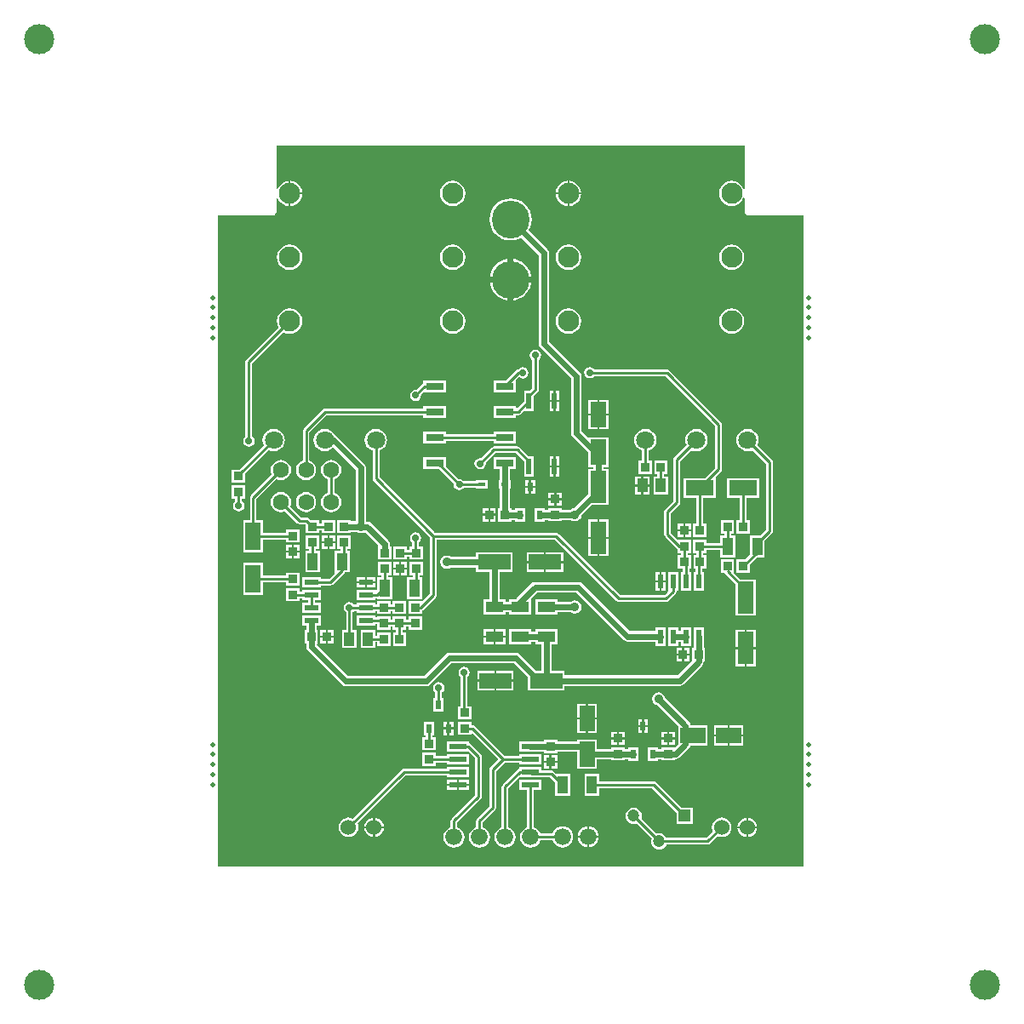
<source format=gtl>
G04*
G04 #@! TF.GenerationSoftware,Altium Limited,Altium Designer,19.1.5 (86)*
G04*
G04 Layer_Physical_Order=1*
G04 Layer_Color=255*
%FSLAX25Y25*%
%MOIN*%
G70*
G01*
G75*
%ADD10C,0.11811*%
%ADD11R,0.06299X0.09843*%
%ADD12R,0.09843X0.06299*%
%ADD13R,0.06299X0.12598*%
%ADD14R,0.02362X0.03740*%
%ADD15R,0.07087X0.02362*%
%ADD16R,0.03740X0.03543*%
%ADD17R,0.04331X0.06890*%
%ADD18R,0.02362X0.06299*%
%ADD19R,0.07087X0.03150*%
%ADD20R,0.06299X0.11024*%
%ADD21R,0.05709X0.02362*%
%ADD22R,0.03543X0.03740*%
%ADD23R,0.12598X0.06299*%
%ADD24R,0.06890X0.04331*%
%ADD25R,0.03150X0.01575*%
%ADD26R,0.06496X0.09843*%
%ADD27R,0.11024X0.06299*%
%ADD28R,0.03937X0.05512*%
%ADD29R,0.02362X0.05709*%
%ADD30C,0.02400*%
%ADD31C,0.01000*%
%ADD32C,0.01968*%
%ADD33C,0.06000*%
%ADD34C,0.06600*%
%ADD35R,0.04724X0.04724*%
%ADD36C,0.04724*%
%ADD37C,0.07087*%
%ADD38C,0.14765*%
%ADD39C,0.06299*%
%ADD40C,0.08268*%
%ADD41C,0.02756*%
%ADD42C,0.03500*%
G36*
X288004Y323439D02*
X287504Y323339D01*
X287187Y324104D01*
X286397Y325135D01*
X285366Y325925D01*
X284166Y326423D01*
X282877Y326592D01*
X281590Y326423D01*
X280389Y325925D01*
X279359Y325135D01*
X278568Y324104D01*
X278070Y322904D01*
X277901Y321616D01*
X278070Y320328D01*
X278568Y319127D01*
X279359Y318097D01*
X280389Y317306D01*
X281590Y316809D01*
X282877Y316639D01*
X284166Y316809D01*
X285366Y317306D01*
X286397Y318097D01*
X287187Y319127D01*
X287504Y319892D01*
X288004Y319793D01*
Y314516D01*
X288121Y313931D01*
X288452Y313434D01*
X288948Y313103D01*
X289534Y312986D01*
X311039D01*
X311039Y58061D01*
X81598D01*
X81598Y312986D01*
X103098D01*
X103684Y313103D01*
X104180Y313434D01*
X104511Y313931D01*
X104628Y314516D01*
Y319807D01*
X105128Y319907D01*
X105451Y319127D01*
X106242Y318097D01*
X107272Y317306D01*
X108473Y316809D01*
X109361Y316692D01*
Y321616D01*
Y326540D01*
X108473Y326423D01*
X107272Y325925D01*
X106242Y325135D01*
X105451Y324104D01*
X105128Y323325D01*
X104628Y323424D01*
Y340486D01*
X288004D01*
Y323439D01*
D02*
G37*
%LPC*%
G36*
X219379Y326540D02*
Y322016D01*
X223903D01*
X223786Y322904D01*
X223289Y324104D01*
X222498Y325135D01*
X221468Y325925D01*
X220268Y326423D01*
X219379Y326540D01*
D02*
G37*
G36*
X110161D02*
Y322016D01*
X114684D01*
X114567Y322904D01*
X114070Y324104D01*
X113279Y325135D01*
X112249Y325925D01*
X111048Y326423D01*
X110161Y326540D01*
D02*
G37*
G36*
X218580D02*
X217691Y326423D01*
X216491Y325925D01*
X215460Y325135D01*
X214670Y324104D01*
X214173Y322904D01*
X214056Y322016D01*
X218580D01*
Y326540D01*
D02*
G37*
G36*
X223903Y321216D02*
X219379D01*
Y316692D01*
X220268Y316809D01*
X221468Y317306D01*
X222498Y318097D01*
X223289Y319127D01*
X223786Y320328D01*
X223903Y321216D01*
D02*
G37*
G36*
X114684D02*
X110161D01*
Y316692D01*
X111048Y316809D01*
X112249Y317306D01*
X113279Y318097D01*
X114070Y319127D01*
X114567Y320328D01*
X114684Y321216D01*
D02*
G37*
G36*
X218580D02*
X214056D01*
X214173Y320328D01*
X214670Y319127D01*
X215460Y318097D01*
X216491Y317306D01*
X217691Y316809D01*
X218580Y316692D01*
Y321216D01*
D02*
G37*
G36*
X173659Y326592D02*
X172371Y326423D01*
X171170Y325925D01*
X170140Y325135D01*
X169349Y324104D01*
X168851Y322904D01*
X168682Y321616D01*
X168851Y320328D01*
X169349Y319127D01*
X170140Y318097D01*
X171170Y317306D01*
X172371Y316809D01*
X173659Y316639D01*
X174946Y316809D01*
X176147Y317306D01*
X177178Y318097D01*
X177968Y319127D01*
X178465Y320328D01*
X178635Y321616D01*
X178465Y322904D01*
X177968Y324104D01*
X177178Y325135D01*
X176147Y325925D01*
X174946Y326423D01*
X173659Y326592D01*
D02*
G37*
G36*
X282877Y301592D02*
X281590Y301423D01*
X280389Y300925D01*
X279359Y300135D01*
X278568Y299104D01*
X278070Y297904D01*
X277901Y296616D01*
X278070Y295328D01*
X278568Y294127D01*
X279359Y293097D01*
X280389Y292306D01*
X281590Y291809D01*
X282877Y291639D01*
X284166Y291809D01*
X285366Y292306D01*
X286397Y293097D01*
X287187Y294127D01*
X287684Y295328D01*
X287854Y296616D01*
X287684Y297904D01*
X287187Y299104D01*
X286397Y300135D01*
X285366Y300925D01*
X284166Y301423D01*
X282877Y301592D01*
D02*
G37*
G36*
X218980D02*
X217691Y301423D01*
X216491Y300925D01*
X215460Y300135D01*
X214670Y299104D01*
X214173Y297904D01*
X214003Y296616D01*
X214173Y295328D01*
X214670Y294127D01*
X215460Y293097D01*
X216491Y292306D01*
X217691Y291809D01*
X218980Y291639D01*
X220268Y291809D01*
X221468Y292306D01*
X222498Y293097D01*
X223289Y294127D01*
X223786Y295328D01*
X223956Y296616D01*
X223786Y297904D01*
X223289Y299104D01*
X222498Y300135D01*
X221468Y300925D01*
X220268Y301423D01*
X218980Y301592D01*
D02*
G37*
G36*
X173659D02*
X172371Y301423D01*
X171170Y300925D01*
X170140Y300135D01*
X169349Y299104D01*
X168851Y297904D01*
X168682Y296616D01*
X168851Y295328D01*
X169349Y294127D01*
X170140Y293097D01*
X171170Y292306D01*
X172371Y291809D01*
X173659Y291639D01*
X174946Y291809D01*
X176147Y292306D01*
X177178Y293097D01*
X177968Y294127D01*
X178465Y295328D01*
X178635Y296616D01*
X178465Y297904D01*
X177968Y299104D01*
X177178Y300135D01*
X176147Y300925D01*
X174946Y301423D01*
X173659Y301592D01*
D02*
G37*
G36*
X109760D02*
X108473Y301423D01*
X107272Y300925D01*
X106242Y300135D01*
X105451Y299104D01*
X104954Y297904D01*
X104784Y296616D01*
X104954Y295328D01*
X105451Y294127D01*
X106242Y293097D01*
X107272Y292306D01*
X108473Y291809D01*
X109760Y291639D01*
X111048Y291809D01*
X112249Y292306D01*
X113279Y293097D01*
X114070Y294127D01*
X114567Y295328D01*
X114737Y296616D01*
X114567Y297904D01*
X114070Y299104D01*
X113279Y300135D01*
X112249Y300925D01*
X111048Y301423D01*
X109760Y301592D01*
D02*
G37*
G36*
X197519Y295897D02*
Y288994D01*
X204422D01*
X204382Y289398D01*
X203914Y290940D01*
X203155Y292361D01*
X202132Y293607D01*
X200886Y294630D01*
X199465Y295390D01*
X197923Y295858D01*
X197519Y295897D01*
D02*
G37*
G36*
X195118D02*
X194714Y295858D01*
X193172Y295390D01*
X191751Y294630D01*
X190505Y293607D01*
X189482Y292361D01*
X188723Y290940D01*
X188255Y289398D01*
X188215Y288994D01*
X195118D01*
Y295897D01*
D02*
G37*
G36*
X204422Y286594D02*
X197519D01*
Y279690D01*
X197923Y279730D01*
X199465Y280198D01*
X200886Y280958D01*
X202132Y281980D01*
X203155Y283226D01*
X203914Y284647D01*
X204382Y286190D01*
X204422Y286594D01*
D02*
G37*
G36*
X195118D02*
X188215D01*
X188255Y286190D01*
X188723Y284647D01*
X189482Y283226D01*
X190505Y281980D01*
X191751Y280958D01*
X193172Y280198D01*
X194714Y279730D01*
X195118Y279690D01*
Y286594D01*
D02*
G37*
G36*
X282877Y276592D02*
X281590Y276423D01*
X280389Y275925D01*
X279359Y275135D01*
X278568Y274104D01*
X278070Y272904D01*
X277901Y271616D01*
X278070Y270328D01*
X278568Y269127D01*
X279359Y268097D01*
X280389Y267306D01*
X281590Y266809D01*
X282877Y266639D01*
X284166Y266809D01*
X285366Y267306D01*
X286397Y268097D01*
X287187Y269127D01*
X287684Y270328D01*
X287854Y271616D01*
X287684Y272904D01*
X287187Y274104D01*
X286397Y275135D01*
X285366Y275925D01*
X284166Y276423D01*
X282877Y276592D01*
D02*
G37*
G36*
X218980D02*
X217691Y276423D01*
X216491Y275925D01*
X215460Y275135D01*
X214670Y274104D01*
X214173Y272904D01*
X214003Y271616D01*
X214173Y270328D01*
X214670Y269127D01*
X215460Y268097D01*
X216491Y267306D01*
X217691Y266809D01*
X218980Y266639D01*
X220268Y266809D01*
X221468Y267306D01*
X222498Y268097D01*
X223289Y269127D01*
X223786Y270328D01*
X223956Y271616D01*
X223786Y272904D01*
X223289Y274104D01*
X222498Y275135D01*
X221468Y275925D01*
X220268Y276423D01*
X218980Y276592D01*
D02*
G37*
G36*
X173659D02*
X172371Y276423D01*
X171170Y275925D01*
X170140Y275135D01*
X169349Y274104D01*
X168851Y272904D01*
X168682Y271616D01*
X168851Y270328D01*
X169349Y269127D01*
X170140Y268097D01*
X171170Y267306D01*
X172371Y266809D01*
X173659Y266639D01*
X174946Y266809D01*
X176147Y267306D01*
X177178Y268097D01*
X177968Y269127D01*
X178465Y270328D01*
X178635Y271616D01*
X178465Y272904D01*
X177968Y274104D01*
X177178Y275135D01*
X176147Y275925D01*
X174946Y276423D01*
X173659Y276592D01*
D02*
G37*
G36*
X109760D02*
X108473Y276423D01*
X107272Y275925D01*
X106242Y275135D01*
X105451Y274104D01*
X104954Y272904D01*
X104784Y271616D01*
X104954Y270328D01*
X105435Y269165D01*
X92911Y256640D01*
X92623Y256210D01*
X92522Y255703D01*
Y226376D01*
X92278Y226212D01*
X91796Y225491D01*
X91627Y224642D01*
X91796Y223792D01*
X92278Y223072D01*
X92998Y222590D01*
X93848Y222421D01*
X94698Y222590D01*
X95418Y223072D01*
X95899Y223792D01*
X96069Y224642D01*
X95899Y225491D01*
X95418Y226212D01*
X95173Y226376D01*
Y255154D01*
X107310Y267290D01*
X108473Y266809D01*
X109760Y266639D01*
X111048Y266809D01*
X112249Y267306D01*
X113279Y268097D01*
X114070Y269127D01*
X114567Y270328D01*
X114737Y271616D01*
X114567Y272904D01*
X114070Y274104D01*
X113279Y275135D01*
X112249Y275925D01*
X111048Y276423D01*
X109760Y276592D01*
D02*
G37*
G36*
X201132Y253536D02*
X200282Y253367D01*
X199561Y252885D01*
X199398Y252640D01*
X199265D01*
X198758Y252539D01*
X198328Y252252D01*
X194588Y248513D01*
X189745D01*
Y243763D01*
X198432D01*
Y248513D01*
X198432Y248513D01*
X198432D01*
X198709Y248884D01*
X199566Y249741D01*
X200282Y249263D01*
X201132Y249094D01*
X201981Y249263D01*
X202702Y249745D01*
X203183Y250465D01*
X203352Y251315D01*
X203183Y252165D01*
X202702Y252885D01*
X201981Y253367D01*
X201132Y253536D01*
D02*
G37*
G36*
X170872Y248513D02*
X162186D01*
Y247364D01*
X162179Y247362D01*
X161749Y247075D01*
X159392Y244718D01*
X159104Y244776D01*
X158254Y244607D01*
X157534Y244125D01*
X157052Y243405D01*
X156883Y242555D01*
X157052Y241705D01*
X157534Y240985D01*
X158254Y240504D01*
X159104Y240334D01*
X159954Y240504D01*
X160674Y240985D01*
X161155Y241705D01*
X161324Y242555D01*
X161267Y242844D01*
X162186Y243763D01*
X170872D01*
Y248513D01*
D02*
G37*
G36*
X215494Y244241D02*
X213913D01*
Y240691D01*
X215494D01*
Y244241D01*
D02*
G37*
G36*
X213113D02*
X211532D01*
Y240691D01*
X213113D01*
Y244241D01*
D02*
G37*
G36*
X206040Y260425D02*
X205190Y260256D01*
X204470Y259775D01*
X203989Y259054D01*
X203820Y258205D01*
X203989Y257355D01*
X204470Y256634D01*
X204715Y256471D01*
Y245336D01*
X203620Y244241D01*
X201532D01*
Y240185D01*
X198932Y237584D01*
X198432Y237755D01*
Y238513D01*
X189745D01*
Y233763D01*
X198432D01*
Y234812D01*
X199360D01*
X199867Y234913D01*
X200297Y235201D01*
X201162Y236065D01*
X201532Y236342D01*
Y236342D01*
X201532Y236342D01*
X205494D01*
Y242366D01*
X206978Y243849D01*
X207265Y244279D01*
X207366Y244787D01*
Y256471D01*
X207610Y256634D01*
X208092Y257355D01*
X208261Y258205D01*
X208092Y259054D01*
X207610Y259775D01*
X206890Y260256D01*
X206040Y260425D01*
D02*
G37*
G36*
X215494Y239891D02*
X213913D01*
Y236342D01*
X215494D01*
Y239891D01*
D02*
G37*
G36*
X213113D02*
X211532D01*
Y236342D01*
X213113D01*
Y239891D01*
D02*
G37*
G36*
X234806Y240698D02*
X231158D01*
Y235376D01*
X234806D01*
Y240698D01*
D02*
G37*
G36*
X230358D02*
X226710D01*
Y235376D01*
X230358D01*
Y240698D01*
D02*
G37*
G36*
X170872Y238513D02*
X162186D01*
Y237463D01*
X123762D01*
X123255Y237362D01*
X122825Y237075D01*
X115253Y229504D01*
X114966Y229074D01*
X114865Y228566D01*
Y217049D01*
X114199Y216773D01*
X113374Y216140D01*
X112741Y215315D01*
X112343Y214354D01*
X112207Y213323D01*
X112343Y212292D01*
X112741Y211331D01*
X113374Y210506D01*
X114199Y209873D01*
X115160Y209475D01*
X116191Y209339D01*
X117222Y209475D01*
X118182Y209873D01*
X119007Y210506D01*
X119641Y211331D01*
X120038Y212292D01*
X120174Y213323D01*
X120038Y214354D01*
X119641Y215315D01*
X119007Y216140D01*
X118182Y216773D01*
X117516Y217049D01*
Y228017D01*
X124311Y234812D01*
X162186D01*
Y233763D01*
X170872D01*
Y238513D01*
D02*
G37*
G36*
X234806Y234576D02*
X231158D01*
Y229255D01*
X234806D01*
Y234576D01*
D02*
G37*
G36*
X230358D02*
X226710D01*
Y229255D01*
X230358D01*
Y234576D01*
D02*
G37*
G36*
X198432Y228513D02*
X189745D01*
Y227463D01*
X170872D01*
Y228513D01*
X162186D01*
Y223763D01*
X170872D01*
Y224812D01*
X189745D01*
Y223763D01*
X198432D01*
Y228513D01*
D02*
G37*
G36*
X269069Y229397D02*
X267935Y229247D01*
X266878Y228810D01*
X265971Y228114D01*
X265275Y227206D01*
X264837Y226150D01*
X264687Y225016D01*
X264837Y223882D01*
X265195Y223017D01*
X260369Y218191D01*
X260082Y217761D01*
X259981Y217253D01*
Y201084D01*
X256887Y197990D01*
X256600Y197560D01*
X256499Y197053D01*
Y188083D01*
X256600Y187576D01*
X256887Y187146D01*
X261540Y182493D01*
X261749Y182353D01*
Y180741D01*
X263008D01*
Y179880D01*
X261761D01*
Y174540D01*
X263625D01*
Y173276D01*
X262969D01*
Y165968D01*
X266932D01*
Y173276D01*
X266276D01*
Y174540D01*
X266905D01*
Y179880D01*
X265658D01*
Y180741D01*
X266892D01*
Y186081D01*
X261749D01*
X261749Y186081D01*
Y186081D01*
X261395Y186387D01*
X259150Y188632D01*
Y196504D01*
X262244Y199598D01*
X262531Y200028D01*
X262632Y200535D01*
Y216705D01*
X267070Y221142D01*
X267935Y220784D01*
X269069Y220635D01*
X270202Y220784D01*
X271259Y221222D01*
X272166Y221918D01*
X272863Y222825D01*
X273300Y223882D01*
X273449Y225016D01*
X273300Y226150D01*
X272863Y227206D01*
X272166Y228114D01*
X271259Y228810D01*
X270202Y229247D01*
X269069Y229397D01*
D02*
G37*
G36*
X103568D02*
X102435Y229247D01*
X101378Y228810D01*
X100471Y228114D01*
X99774Y227206D01*
X99337Y226150D01*
X99187Y225016D01*
X99337Y223882D01*
X99695Y223017D01*
X90112Y213434D01*
X87142D01*
Y208291D01*
X92483D01*
Y212055D01*
X101570Y221142D01*
X102435Y220784D01*
X103568Y220635D01*
X104702Y220784D01*
X105759Y221222D01*
X106666Y221918D01*
X107363Y222825D01*
X107800Y223882D01*
X107949Y225016D01*
X107800Y226150D01*
X107363Y227206D01*
X106666Y228114D01*
X105759Y228810D01*
X104702Y229247D01*
X103568Y229397D01*
D02*
G37*
G36*
X215494Y218650D02*
X213913D01*
Y215101D01*
X215494D01*
Y218650D01*
D02*
G37*
G36*
X213113D02*
X211532D01*
Y215101D01*
X213113D01*
Y218650D01*
D02*
G37*
G36*
X249068Y229397D02*
X247935Y229247D01*
X246878Y228810D01*
X245971Y228114D01*
X245274Y227206D01*
X244837Y226150D01*
X244688Y225016D01*
X244837Y223882D01*
X245274Y222825D01*
X245971Y221918D01*
X246878Y221222D01*
X247743Y220863D01*
Y216879D01*
X246493D01*
Y211539D01*
X251636D01*
Y216879D01*
X250394D01*
Y220863D01*
X251259Y221222D01*
X252166Y221918D01*
X252863Y222825D01*
X253300Y223882D01*
X253450Y225016D01*
X253300Y226150D01*
X252863Y227206D01*
X252166Y228114D01*
X251259Y228810D01*
X250202Y229247D01*
X249068Y229397D01*
D02*
G37*
G36*
X215494Y214301D02*
X213913D01*
Y210751D01*
X215494D01*
Y214301D01*
D02*
G37*
G36*
X213113D02*
X211532D01*
Y210751D01*
X213113D01*
Y214301D01*
D02*
G37*
G36*
X198961Y222547D02*
X189837D01*
X189330Y222446D01*
X188900Y222159D01*
X184688Y217947D01*
X184399Y218004D01*
X183549Y217835D01*
X182829Y217354D01*
X182347Y216633D01*
X182178Y215784D01*
X182347Y214934D01*
X182829Y214213D01*
X183549Y213732D01*
X184399Y213563D01*
X185249Y213732D01*
X185969Y214213D01*
X186451Y214934D01*
X186620Y215784D01*
X186562Y216072D01*
X190386Y219896D01*
X198412D01*
X201532Y216776D01*
Y210751D01*
X205494D01*
Y218650D01*
X203407D01*
X199898Y222159D01*
X199468Y222446D01*
X198961Y222547D01*
D02*
G37*
G36*
X227313Y253634D02*
X226463Y253465D01*
X225742Y252984D01*
X225261Y252263D01*
X225092Y251413D01*
X225261Y250564D01*
X225742Y249843D01*
X226463Y249362D01*
X227313Y249193D01*
X228162Y249362D01*
X228883Y249843D01*
X229046Y250088D01*
X256980D01*
X276479Y230589D01*
Y214154D01*
X272511Y210186D01*
X264124D01*
Y202287D01*
X269097D01*
Y192272D01*
X267851D01*
Y186932D01*
X272994D01*
Y192272D01*
X271748D01*
Y202287D01*
X276747D01*
Y210186D01*
X276747D01*
X276604Y210531D01*
X278742Y212668D01*
X279029Y213098D01*
X279130Y213605D01*
Y231138D01*
X279029Y231645D01*
X278742Y232075D01*
X258466Y252351D01*
X258036Y252638D01*
X257529Y252739D01*
X229046D01*
X228883Y252984D01*
X228162Y253465D01*
X227313Y253634D01*
D02*
G37*
G36*
X106348Y217306D02*
X105317Y217171D01*
X104356Y216773D01*
X103531Y216140D01*
X102898Y215315D01*
X102500Y214354D01*
X102365Y213323D01*
X102500Y212292D01*
X102776Y211626D01*
X94584Y203433D01*
X94296Y203003D01*
X94196Y202496D01*
Y193762D01*
X91571D01*
Y181139D01*
X99471D01*
Y186125D01*
X108258D01*
Y184879D01*
X113598D01*
Y190022D01*
X108258D01*
Y188776D01*
X99471D01*
Y193762D01*
X96847D01*
Y201947D01*
X104651Y209751D01*
X105317Y209475D01*
X106348Y209339D01*
X107379Y209475D01*
X108340Y209873D01*
X109165Y210506D01*
X109798Y211331D01*
X110196Y212292D01*
X110332Y213323D01*
X110196Y214354D01*
X109798Y215315D01*
X109165Y216140D01*
X108340Y216773D01*
X107379Y217171D01*
X106348Y217306D01*
D02*
G37*
G36*
X250667Y210776D02*
X248299D01*
Y207620D01*
X250667D01*
Y210776D01*
D02*
G37*
G36*
X247499D02*
X245130D01*
Y207620D01*
X247499D01*
Y210776D01*
D02*
G37*
G36*
X205869Y209300D02*
X204287D01*
Y207030D01*
X205869D01*
Y209300D01*
D02*
G37*
G36*
X203487D02*
X201906D01*
Y207030D01*
X203487D01*
Y209300D01*
D02*
G37*
G36*
X170872Y218513D02*
X162186D01*
Y213763D01*
X168206D01*
X174066Y207903D01*
X174009Y207614D01*
X174178Y206764D01*
X174660Y206044D01*
X175380Y205563D01*
X176230Y205394D01*
X177079Y205563D01*
X177800Y206044D01*
X177963Y206289D01*
X182615D01*
Y206027D01*
X187365D01*
Y209202D01*
X182615D01*
Y208940D01*
X177963D01*
X177800Y209184D01*
X177079Y209666D01*
X176230Y209835D01*
X175941Y209777D01*
X170872Y214846D01*
Y218513D01*
D02*
G37*
G36*
X205869Y206230D02*
X204287D01*
Y203960D01*
X205869D01*
Y206230D01*
D02*
G37*
G36*
X203487D02*
X201906D01*
Y203960D01*
X203487D01*
Y206230D01*
D02*
G37*
G36*
X257739Y216879D02*
X252595D01*
Y211539D01*
X253841D01*
Y210776D01*
X252414D01*
Y203664D01*
X257950D01*
Y210776D01*
X256492D01*
Y211539D01*
X257739D01*
Y216879D01*
D02*
G37*
G36*
X250667Y206820D02*
X248299D01*
Y203664D01*
X250667D01*
Y206820D01*
D02*
G37*
G36*
X247499D02*
X245130D01*
Y203664D01*
X247499D01*
Y206820D01*
D02*
G37*
G36*
X216498Y204477D02*
X214228D01*
Y202306D01*
X216498D01*
Y204477D01*
D02*
G37*
G36*
X213428D02*
X211158D01*
Y202306D01*
X213428D01*
Y204477D01*
D02*
G37*
G36*
X216498Y201505D02*
X214228D01*
Y199334D01*
X216498D01*
Y201505D01*
D02*
G37*
G36*
X213428D02*
X211158D01*
Y199334D01*
X213428D01*
Y201505D01*
D02*
G37*
G36*
X196318Y319637D02*
X194714Y319480D01*
X193172Y319012D01*
X191751Y318252D01*
X190505Y317229D01*
X189482Y315984D01*
X188723Y314562D01*
X188255Y313020D01*
X188097Y311416D01*
X188255Y309812D01*
X188723Y308269D01*
X189482Y306848D01*
X190505Y305602D01*
X191751Y304579D01*
X193172Y303820D01*
X194714Y303352D01*
X196318Y303194D01*
X197923Y303352D01*
X199465Y303820D01*
X200485Y304365D01*
X207360Y297490D01*
Y262732D01*
X207515Y261952D01*
X207957Y261290D01*
X219958Y249289D01*
Y227791D01*
X220113Y227011D01*
X220555Y226349D01*
X226710Y220195D01*
Y214491D01*
X228718D01*
Y213729D01*
X226808D01*
Y204027D01*
X221113Y198333D01*
X220473Y198205D01*
X219930Y197842D01*
X216498D01*
Y198375D01*
X211158D01*
Y197842D01*
X209609D01*
Y198473D01*
X205646D01*
Y196095D01*
X205588Y195803D01*
X205646Y195511D01*
Y193133D01*
X209609D01*
Y193764D01*
X211158D01*
Y193231D01*
X216498D01*
Y193764D01*
X219930D01*
X220473Y193401D01*
X221468Y193203D01*
X222463Y193401D01*
X223306Y193965D01*
X223870Y194808D01*
X223997Y195449D01*
X228079Y199531D01*
X234707D01*
Y213729D01*
X232797D01*
Y214491D01*
X234806D01*
Y225934D01*
X226739D01*
X224037Y228636D01*
Y250134D01*
X223881Y250915D01*
X223439Y251576D01*
X211438Y263577D01*
Y298335D01*
X211283Y299115D01*
X210841Y299777D01*
X203369Y307249D01*
X203914Y308269D01*
X204382Y309812D01*
X204540Y311416D01*
X204382Y313020D01*
X203914Y314562D01*
X203155Y315984D01*
X202132Y317229D01*
X200886Y318252D01*
X199465Y319012D01*
X197923Y319480D01*
X196318Y319637D01*
D02*
G37*
G36*
X92483Y207331D02*
X87142D01*
Y202188D01*
X88487D01*
Y201080D01*
X88242Y200917D01*
X87761Y200196D01*
X87592Y199346D01*
X87761Y198497D01*
X88242Y197776D01*
X88963Y197295D01*
X89812Y197126D01*
X90662Y197295D01*
X91383Y197776D01*
X91864Y198497D01*
X92033Y199346D01*
X91864Y200196D01*
X91383Y200917D01*
X91138Y201080D01*
Y202188D01*
X92483D01*
Y207331D01*
D02*
G37*
G36*
X126033Y217306D02*
X125002Y217171D01*
X124041Y216773D01*
X123216Y216140D01*
X122583Y215315D01*
X122185Y214354D01*
X122049Y213323D01*
X122185Y212292D01*
X122583Y211331D01*
X123216Y210506D01*
X124041Y209873D01*
X124708Y209597D01*
Y204450D01*
X124041Y204174D01*
X123216Y203541D01*
X122583Y202716D01*
X122185Y201755D01*
X122049Y200724D01*
X122185Y199693D01*
X122583Y198733D01*
X123216Y197908D01*
X124041Y197274D01*
X125002Y196877D01*
X126033Y196741D01*
X127064Y196877D01*
X128025Y197274D01*
X128850Y197908D01*
X129483Y198733D01*
X129881Y199693D01*
X130017Y200724D01*
X129881Y201755D01*
X129483Y202716D01*
X128850Y203541D01*
X128025Y204174D01*
X127359Y204450D01*
Y209597D01*
X128025Y209873D01*
X128850Y210506D01*
X129483Y211331D01*
X129881Y212292D01*
X130017Y213323D01*
X129881Y214354D01*
X129483Y215315D01*
X128850Y216140D01*
X128025Y216773D01*
X127064Y217171D01*
X126033Y217306D01*
D02*
G37*
G36*
X116191Y204708D02*
X115160Y204572D01*
X114199Y204174D01*
X113374Y203541D01*
X112741Y202716D01*
X112343Y201755D01*
X112207Y200724D01*
X112343Y199693D01*
X112741Y198733D01*
X113374Y197908D01*
X114199Y197274D01*
X115160Y196877D01*
X116191Y196741D01*
X117222Y196877D01*
X118182Y197274D01*
X119007Y197908D01*
X119641Y198733D01*
X120038Y199693D01*
X120174Y200724D01*
X120038Y201755D01*
X119641Y202716D01*
X119007Y203541D01*
X118182Y204174D01*
X117222Y204572D01*
X116191Y204708D01*
D02*
G37*
G36*
X190514Y198473D02*
X188343D01*
Y196203D01*
X190514D01*
Y198473D01*
D02*
G37*
G36*
X187543D02*
X185371D01*
Y196203D01*
X187543D01*
Y198473D01*
D02*
G37*
G36*
X123568Y229397D02*
X122435Y229247D01*
X121378Y228810D01*
X120471Y228114D01*
X119774Y227206D01*
X119337Y226150D01*
X119187Y225016D01*
X119337Y223882D01*
X119774Y222825D01*
X120471Y221918D01*
X121378Y221222D01*
X122435Y220784D01*
X123568Y220635D01*
X124702Y220784D01*
X125759Y221222D01*
X126666Y221918D01*
X127097Y221946D01*
X135565Y213479D01*
Y193216D01*
X133723D01*
Y193749D01*
X128383D01*
Y188605D01*
X133723D01*
Y189138D01*
X136066D01*
X136609Y188775D01*
X137604Y188577D01*
X138599Y188775D01*
X139040Y189070D01*
X139255D01*
X144498Y183826D01*
X144327Y183414D01*
X144327D01*
Y178271D01*
X149668D01*
Y183414D01*
X149037D01*
Y184211D01*
X148881Y184991D01*
X148439Y185653D01*
X141541Y192551D01*
X140880Y192993D01*
X140099Y193148D01*
X139643D01*
Y214324D01*
X139643Y214324D01*
X139488Y215104D01*
X139046Y215766D01*
X128354Y226458D01*
X127692Y226900D01*
X127471Y226944D01*
X127363Y227206D01*
X126666Y228114D01*
X125759Y228810D01*
X124702Y229247D01*
X123568Y229397D01*
D02*
G37*
G36*
X198432Y218513D02*
X189745D01*
Y213763D01*
X192006D01*
Y209202D01*
X191670D01*
Y206027D01*
X192006D01*
Y198473D01*
X191473D01*
Y193133D01*
X196617D01*
Y193764D01*
X198166D01*
Y193133D01*
X202128D01*
Y195511D01*
X202186Y195803D01*
X202128Y196095D01*
Y198473D01*
X198166D01*
Y197842D01*
X196617D01*
Y198473D01*
X196084D01*
Y206027D01*
X196420D01*
Y209202D01*
X196084D01*
Y213763D01*
X198432D01*
Y218513D01*
D02*
G37*
G36*
X190514Y195403D02*
X188343D01*
Y193133D01*
X190514D01*
Y195403D01*
D02*
G37*
G36*
X187543D02*
X185371D01*
Y193133D01*
X187543D01*
Y195403D01*
D02*
G37*
G36*
X266892Y192272D02*
X264721D01*
Y190002D01*
X266892D01*
Y192272D01*
D02*
G37*
G36*
X263920D02*
X261749D01*
Y190002D01*
X263920D01*
Y192272D01*
D02*
G37*
G36*
X106348Y204708D02*
X105317Y204572D01*
X104356Y204174D01*
X103531Y203541D01*
X102898Y202716D01*
X102500Y201755D01*
X102365Y200724D01*
X102500Y199693D01*
X102898Y198733D01*
X103531Y197908D01*
X104356Y197274D01*
X105317Y196877D01*
X106348Y196741D01*
X107379Y196877D01*
X108045Y197153D01*
X112694Y192504D01*
X113124Y192216D01*
X113631Y192115D01*
X115937D01*
X116178Y191874D01*
Y188605D01*
X121518D01*
Y189852D01*
X122280D01*
Y188605D01*
X127620D01*
Y193749D01*
X122280D01*
Y192503D01*
X121518D01*
Y193749D01*
X118052D01*
X117423Y194378D01*
X116993Y194666D01*
X116486Y194766D01*
X114181D01*
X109920Y199027D01*
X110196Y199693D01*
X110332Y200724D01*
X110196Y201755D01*
X109798Y202716D01*
X109165Y203541D01*
X108340Y204174D01*
X107379Y204572D01*
X106348Y204708D01*
D02*
G37*
G36*
X293651Y210186D02*
X281028D01*
Y202287D01*
X286014D01*
Y193847D01*
X284780D01*
Y188507D01*
X289924D01*
Y193847D01*
X288665D01*
Y202287D01*
X293651D01*
Y210186D01*
D02*
G37*
G36*
X234707Y193876D02*
X231158D01*
Y187176D01*
X234707D01*
Y193876D01*
D02*
G37*
G36*
X230358D02*
X226808D01*
Y187176D01*
X230358D01*
Y193876D01*
D02*
G37*
G36*
X266892Y189202D02*
X264721D01*
Y186932D01*
X266892D01*
Y189202D01*
D02*
G37*
G36*
X263920D02*
X261749D01*
Y186932D01*
X263920D01*
Y189202D01*
D02*
G37*
G36*
X127620Y187646D02*
X125350D01*
Y185475D01*
X127620D01*
Y187646D01*
D02*
G37*
G36*
X124550D02*
X122280D01*
Y185475D01*
X124550D01*
Y187646D01*
D02*
G37*
G36*
X283821Y193847D02*
X278678D01*
Y188507D01*
X279924D01*
Y187646D01*
X278284D01*
Y184737D01*
X272994D01*
Y186081D01*
X267851D01*
Y180741D01*
X269097D01*
Y179880D01*
X267864D01*
Y174540D01*
X268625D01*
Y173276D01*
X267969D01*
Y165968D01*
X271932D01*
Y173276D01*
X271276D01*
Y174540D01*
X273007D01*
Y179880D01*
X271748D01*
Y180741D01*
X272994D01*
Y182086D01*
X278284D01*
Y179157D01*
X284215D01*
Y187646D01*
X282575D01*
Y188507D01*
X283821D01*
Y193847D01*
D02*
G37*
G36*
X127620Y184675D02*
X125350D01*
Y182503D01*
X127620D01*
Y184675D01*
D02*
G37*
G36*
X124550D02*
X122280D01*
Y182503D01*
X124550D01*
Y184675D01*
D02*
G37*
G36*
X159104Y188870D02*
X158254Y188701D01*
X157534Y188220D01*
X157052Y187499D01*
X156883Y186650D01*
X157052Y185800D01*
X157534Y185079D01*
X157778Y184916D01*
Y183414D01*
X156532D01*
Y182168D01*
X155770D01*
Y183414D01*
X150430D01*
Y178271D01*
X155770D01*
Y179517D01*
X156532D01*
Y178271D01*
X161872D01*
Y183414D01*
X160429D01*
Y184916D01*
X160674Y185079D01*
X161155Y185800D01*
X161324Y186650D01*
X161155Y187499D01*
X160674Y188220D01*
X159954Y188701D01*
X159104Y188870D01*
D02*
G37*
G36*
X113598Y183920D02*
X111328D01*
Y181748D01*
X113598D01*
Y183920D01*
D02*
G37*
G36*
X110528D02*
X108258D01*
Y181748D01*
X110528D01*
Y183920D01*
D02*
G37*
G36*
X234707Y186376D02*
X231158D01*
Y179677D01*
X234707D01*
Y186376D01*
D02*
G37*
G36*
X230358D02*
X226808D01*
Y179677D01*
X230358D01*
Y186376D01*
D02*
G37*
G36*
X197025Y181150D02*
X182826D01*
Y179240D01*
X172894D01*
X172351Y179603D01*
X171356Y179801D01*
X170361Y179603D01*
X169517Y179039D01*
X168954Y178196D01*
X168756Y177201D01*
X168954Y176206D01*
X169517Y175362D01*
X170361Y174799D01*
X171356Y174601D01*
X172351Y174799D01*
X172894Y175162D01*
X182826D01*
Y173251D01*
X187886D01*
Y162646D01*
X185765D01*
Y156716D01*
X194254D01*
Y157642D01*
X195804D01*
Y156716D01*
X204294D01*
Y162646D01*
X204294Y162646D01*
X204294D01*
X204438Y163100D01*
X206756Y165418D01*
X221926D01*
X240620Y146723D01*
X241282Y146282D01*
X242062Y146126D01*
X252969D01*
Y144511D01*
X256932D01*
Y147873D01*
X256990Y148165D01*
X256932Y148457D01*
Y151820D01*
X252969D01*
Y150205D01*
X242907D01*
X224213Y168899D01*
X223551Y169341D01*
X222771Y169496D01*
X205911D01*
X205131Y169341D01*
X204469Y168899D01*
X198607Y163036D01*
X198346Y162646D01*
X195804D01*
Y161720D01*
X194254D01*
Y162646D01*
X191964D01*
Y173251D01*
X197025D01*
Y181150D01*
D02*
G37*
G36*
X113598Y180948D02*
X111328D01*
Y178776D01*
X113598D01*
Y180948D01*
D02*
G37*
G36*
X110528D02*
X108258D01*
Y178776D01*
X110528D01*
Y180948D01*
D02*
G37*
G36*
X216878Y181150D02*
X210179D01*
Y177601D01*
X216878D01*
Y181150D01*
D02*
G37*
G36*
X209379D02*
X202680D01*
Y177601D01*
X209379D01*
Y181150D01*
D02*
G37*
G36*
X155770Y177312D02*
X153500D01*
Y175140D01*
X155770D01*
Y177312D01*
D02*
G37*
G36*
X152700D02*
X150430D01*
Y175140D01*
X152700D01*
Y177312D01*
D02*
G37*
G36*
X133723Y187646D02*
X128383D01*
Y182503D01*
X129727D01*
Y181741D01*
X127497D01*
Y173251D01*
X127497Y173251D01*
X127497D01*
X127318Y172819D01*
X125269Y170770D01*
X121912D01*
Y171426D01*
X114603D01*
Y167464D01*
X121912D01*
Y168119D01*
X125819D01*
X126326Y168220D01*
X126756Y168508D01*
X131399Y173151D01*
X131466Y173251D01*
X133427D01*
Y181741D01*
X132378D01*
Y182503D01*
X133723D01*
Y187646D01*
D02*
G37*
G36*
X121518D02*
X116178D01*
Y182503D01*
X117522D01*
Y181741D01*
X115883D01*
Y173251D01*
X121813D01*
Y181741D01*
X120173D01*
Y182503D01*
X121518D01*
Y187646D01*
D02*
G37*
G36*
X216878Y176801D02*
X210179D01*
Y173251D01*
X216878D01*
Y176801D01*
D02*
G37*
G36*
X209379D02*
X202680D01*
Y173251D01*
X209379D01*
Y176801D01*
D02*
G37*
G36*
X289069Y229397D02*
X287935Y229247D01*
X286878Y228810D01*
X285971Y228114D01*
X285275Y227206D01*
X284837Y226150D01*
X284687Y225016D01*
X284837Y223882D01*
X285275Y222825D01*
X285971Y221918D01*
X286878Y221222D01*
X287935Y220784D01*
X289069Y220635D01*
X290202Y220784D01*
X291067Y221142D01*
X296361Y215849D01*
Y190053D01*
X293954Y187646D01*
X289898D01*
Y180047D01*
X288148Y178296D01*
X284780D01*
Y172956D01*
X289924D01*
Y176323D01*
X292757Y179157D01*
X295829D01*
Y185772D01*
X298624Y188567D01*
X298911Y188997D01*
X299012Y189504D01*
Y216398D01*
X298911Y216905D01*
X298624Y217335D01*
X292942Y223017D01*
X293300Y223882D01*
X293449Y225016D01*
X293300Y226150D01*
X292863Y227206D01*
X292166Y228114D01*
X291259Y228810D01*
X290202Y229247D01*
X289069Y229397D01*
D02*
G37*
G36*
X155770Y174340D02*
X153500D01*
Y172169D01*
X155770D01*
Y174340D01*
D02*
G37*
G36*
X152700D02*
X150430D01*
Y172169D01*
X152700D01*
Y174340D01*
D02*
G37*
G36*
X256932Y173276D02*
X255350D01*
Y170022D01*
X256932D01*
Y173276D01*
D02*
G37*
G36*
X254551D02*
X252969D01*
Y170022D01*
X254551D01*
Y173276D01*
D02*
G37*
G36*
X143368Y171426D02*
X140114D01*
Y169845D01*
X143368D01*
Y171426D01*
D02*
G37*
G36*
X139314D02*
X136060D01*
Y169845D01*
X139314D01*
Y171426D01*
D02*
G37*
G36*
X99471Y176858D02*
X91571D01*
Y164235D01*
X99471D01*
Y169221D01*
X108258D01*
Y167975D01*
X113598D01*
Y173118D01*
X108258D01*
Y171872D01*
X99471D01*
Y176858D01*
D02*
G37*
G36*
X143368Y169045D02*
X140114D01*
Y167464D01*
X143368D01*
Y169045D01*
D02*
G37*
G36*
X139314D02*
X136060D01*
Y167464D01*
X139314D01*
Y169045D01*
D02*
G37*
G36*
X256932Y169222D02*
X255350D01*
Y165968D01*
X256932D01*
Y169222D01*
D02*
G37*
G36*
X254551D02*
X252969D01*
Y165968D01*
X254551D01*
Y169222D01*
D02*
G37*
G36*
X161872Y177312D02*
X156532D01*
Y172169D01*
X157877D01*
Y171308D01*
X155646D01*
Y162818D01*
X161577D01*
Y171308D01*
X160528D01*
Y172169D01*
X161872D01*
Y177312D01*
D02*
G37*
G36*
X149668D02*
X144327D01*
Y172169D01*
X145672D01*
Y171308D01*
X144032D01*
Y166577D01*
X143856Y166455D01*
X143368Y166426D01*
Y166426D01*
X136060D01*
Y162464D01*
X143368D01*
Y163119D01*
X144032D01*
Y162818D01*
X149963D01*
Y171308D01*
X148323D01*
Y172169D01*
X149668D01*
Y177312D01*
D02*
G37*
G36*
X143569Y229397D02*
X142435Y229247D01*
X141378Y228810D01*
X140471Y228114D01*
X139775Y227206D01*
X139337Y226150D01*
X139188Y225016D01*
X139337Y223882D01*
X139775Y222825D01*
X140471Y221918D01*
X141378Y221222D01*
X142243Y220863D01*
Y210012D01*
X142344Y209505D01*
X142631Y209075D01*
X164767Y186939D01*
Y164955D01*
X162011Y162199D01*
X161577Y162016D01*
Y162016D01*
X161577Y162016D01*
X156237D01*
Y156872D01*
X161577D01*
Y158207D01*
X161638Y158220D01*
X162068Y158507D01*
X167029Y163468D01*
X167316Y163898D01*
X167417Y164406D01*
Y186163D01*
X213622D01*
X237793Y161992D01*
X238223Y161705D01*
X238730Y161604D01*
X257136D01*
X257643Y161705D01*
X258073Y161992D01*
X260888Y164807D01*
X261175Y165237D01*
X261276Y165744D01*
Y165968D01*
X261932D01*
Y173276D01*
X257969D01*
Y165968D01*
X257969Y165968D01*
X257969D01*
X257838Y165506D01*
X256587Y164255D01*
X239279D01*
X215108Y188426D01*
X214678Y188713D01*
X214171Y188814D01*
X166641D01*
X144894Y210561D01*
Y220863D01*
X145759Y221222D01*
X146666Y221918D01*
X147363Y222825D01*
X147800Y223882D01*
X147950Y225016D01*
X147800Y226150D01*
X147363Y227206D01*
X146666Y228114D01*
X145759Y228810D01*
X144702Y229247D01*
X143569Y229397D01*
D02*
G37*
G36*
X155475Y162016D02*
X150135D01*
Y160770D01*
X149372D01*
Y162016D01*
X144032D01*
Y160770D01*
X143368D01*
Y161426D01*
X136060D01*
Y160739D01*
X134921D01*
X134757Y160984D01*
X134037Y161465D01*
X133187Y161634D01*
X132337Y161465D01*
X131617Y160984D01*
X131136Y160263D01*
X130967Y159413D01*
X131136Y158564D01*
X131617Y157843D01*
X131862Y157680D01*
Y150737D01*
X130419D01*
Y143625D01*
X135956D01*
Y150737D01*
X134513D01*
Y157680D01*
X134757Y157843D01*
X134921Y158088D01*
X136060D01*
Y157464D01*
X143368D01*
Y158119D01*
X144032D01*
Y156872D01*
X149372D01*
Y158119D01*
X150135D01*
Y156872D01*
X155475D01*
Y162016D01*
D02*
G37*
G36*
X113598Y167016D02*
X108258D01*
Y161872D01*
X113598D01*
Y163119D01*
X114603D01*
Y162464D01*
X116932D01*
Y161426D01*
X114603D01*
Y157464D01*
X121912D01*
Y161426D01*
X119583D01*
Y162464D01*
X121912D01*
Y166426D01*
X114603D01*
Y165770D01*
X113598D01*
Y167016D01*
D02*
G37*
G36*
X214530Y162646D02*
X206040D01*
Y156716D01*
X214530D01*
Y157642D01*
X219930D01*
X220473Y157279D01*
X221468Y157081D01*
X222463Y157279D01*
X223306Y157843D01*
X223870Y158686D01*
X224068Y159681D01*
X223870Y160676D01*
X223306Y161520D01*
X222463Y162083D01*
X221468Y162281D01*
X220473Y162083D01*
X219930Y161720D01*
X214530D01*
Y162646D01*
D02*
G37*
G36*
X283821Y178296D02*
X278678D01*
Y172956D01*
X280089D01*
X280312Y172622D01*
X284387Y168547D01*
Y156308D01*
X292286D01*
Y170506D01*
X286177D01*
X284098Y172585D01*
X283821Y172956D01*
X283821D01*
X283821Y172956D01*
Y178296D01*
D02*
G37*
G36*
X143368Y156426D02*
X136060D01*
Y152464D01*
X143368D01*
Y153119D01*
X144032D01*
Y150770D01*
X149372D01*
Y152016D01*
X150135D01*
Y150770D01*
X151479D01*
Y149851D01*
X150233D01*
Y144511D01*
X155376D01*
Y149851D01*
X154130D01*
Y150770D01*
X155475D01*
Y152016D01*
X156237D01*
Y150770D01*
X161577D01*
Y155913D01*
X156237D01*
Y154667D01*
X155475D01*
Y155913D01*
X150135D01*
Y154667D01*
X149372D01*
Y155913D01*
X144032D01*
Y155770D01*
X143368D01*
Y156426D01*
D02*
G37*
G36*
X266932Y151820D02*
X262969D01*
Y150205D01*
X261932D01*
Y151820D01*
X257969D01*
Y148457D01*
X257911Y148165D01*
X257969Y147873D01*
Y144511D01*
X261932D01*
Y146126D01*
X262969D01*
Y144511D01*
X266932D01*
Y147873D01*
X266990Y148165D01*
X266932Y148457D01*
Y151820D01*
D02*
G37*
G36*
X194254Y151032D02*
X190410D01*
Y148467D01*
X194254D01*
Y151032D01*
D02*
G37*
G36*
X189610D02*
X185765D01*
Y148467D01*
X189610D01*
Y151032D01*
D02*
G37*
G36*
X126931Y150624D02*
X124760D01*
Y148354D01*
X126931D01*
Y150624D01*
D02*
G37*
G36*
X123960D02*
X121788D01*
Y148354D01*
X123960D01*
Y150624D01*
D02*
G37*
G36*
X126931Y147554D02*
X124760D01*
Y145284D01*
X126931D01*
Y147554D01*
D02*
G37*
G36*
X123960D02*
X121788D01*
Y145284D01*
X123960D01*
Y147554D01*
D02*
G37*
G36*
X194254Y147667D02*
X190410D01*
Y145101D01*
X194254D01*
Y147667D01*
D02*
G37*
G36*
X189610D02*
X185765D01*
Y145101D01*
X189610D01*
Y147667D01*
D02*
G37*
G36*
X143239Y150737D02*
X137702D01*
Y143625D01*
X143239D01*
Y145856D01*
X144131D01*
Y144511D01*
X149274D01*
Y149851D01*
X144131D01*
Y148507D01*
X143239D01*
Y150737D01*
D02*
G37*
G36*
X292286Y150653D02*
X288736D01*
Y143954D01*
X292286D01*
Y150653D01*
D02*
G37*
G36*
X287936D02*
X284387D01*
Y143954D01*
X287936D01*
Y150653D01*
D02*
G37*
G36*
X266400Y143749D02*
X264228D01*
Y141479D01*
X266400D01*
Y143749D01*
D02*
G37*
G36*
X263428D02*
X261257D01*
Y141479D01*
X263428D01*
Y143749D01*
D02*
G37*
G36*
X266400Y140679D02*
X264228D01*
Y138409D01*
X266400D01*
Y140679D01*
D02*
G37*
G36*
X263428D02*
X261257D01*
Y138409D01*
X263428D01*
Y140679D01*
D02*
G37*
G36*
X292286Y143154D02*
X288736D01*
Y136454D01*
X292286D01*
Y143154D01*
D02*
G37*
G36*
X287936D02*
X284387D01*
Y136454D01*
X287936D01*
Y143154D01*
D02*
G37*
G36*
X197517Y134792D02*
X190817D01*
Y131243D01*
X197517D01*
Y134792D01*
D02*
G37*
G36*
X190017D02*
X183318D01*
Y131243D01*
X190017D01*
Y134792D01*
D02*
G37*
G36*
X118257Y156484D02*
X117965Y156426D01*
X114603D01*
Y152464D01*
X116218D01*
Y150624D01*
X115686D01*
Y145284D01*
X116218D01*
Y144130D01*
X116373Y143350D01*
X116815Y142688D01*
X130300Y129204D01*
X130300Y129204D01*
X130961Y128762D01*
X131742Y128606D01*
X131742Y128606D01*
X163238D01*
X164018Y128762D01*
X164680Y129204D01*
X173137Y137662D01*
X197648D01*
X203172Y132138D01*
Y126893D01*
X217370D01*
Y128803D01*
X262564D01*
X263345Y128958D01*
X264006Y129401D01*
X271373Y136767D01*
X271815Y137429D01*
X271970Y138209D01*
Y138409D01*
X272502D01*
Y143749D01*
X271990D01*
Y148165D01*
X271932Y148457D01*
Y151820D01*
X267969D01*
Y148457D01*
X267911Y148165D01*
Y143749D01*
X267359D01*
Y138521D01*
X261719Y132882D01*
X217370D01*
Y134792D01*
X212310D01*
Y145101D01*
X214530D01*
Y151032D01*
X206040D01*
Y150106D01*
X204294D01*
Y151032D01*
X195804D01*
Y145101D01*
X204294D01*
Y146028D01*
X206040D01*
Y145101D01*
X208232D01*
Y134792D01*
X206285D01*
X199934Y141143D01*
X199273Y141585D01*
X198492Y141740D01*
X172293D01*
X171512Y141585D01*
X170851Y141143D01*
X162393Y132685D01*
X132586D01*
X120487Y144784D01*
X120694Y145284D01*
X120829D01*
Y150624D01*
X120297D01*
Y152464D01*
X121912D01*
Y156426D01*
X118549D01*
X118257Y156484D01*
D02*
G37*
G36*
X197517Y130443D02*
X190817D01*
Y126893D01*
X197517D01*
Y130443D01*
D02*
G37*
G36*
X190017D02*
X183318D01*
Y126893D01*
X190017D01*
Y130443D01*
D02*
G37*
G36*
X168159Y130209D02*
X167309Y130040D01*
X166589Y129558D01*
X166107Y128838D01*
X165938Y127988D01*
X166107Y127138D01*
X166589Y126418D01*
X166834Y126254D01*
Y124064D01*
X166178D01*
Y118724D01*
X170140D01*
Y124064D01*
X169485D01*
Y126255D01*
X169729Y126418D01*
X170211Y127138D01*
X170379Y127988D01*
X170211Y128838D01*
X169729Y129558D01*
X169009Y130040D01*
X168159Y130209D01*
D02*
G37*
G36*
X230180Y121728D02*
X226630D01*
Y116407D01*
X230180D01*
Y121728D01*
D02*
G37*
G36*
X225830D02*
X222280D01*
Y116407D01*
X225830D01*
Y121728D01*
D02*
G37*
G36*
X178138Y136213D02*
X177288Y136044D01*
X176568Y135562D01*
X176086Y134842D01*
X175917Y133992D01*
X176086Y133142D01*
X176568Y132422D01*
X176812Y132258D01*
Y120816D01*
X175528D01*
Y115673D01*
X180868D01*
Y120816D01*
X179463D01*
Y132258D01*
X179708Y132422D01*
X180189Y133142D01*
X180358Y133992D01*
X180189Y134842D01*
X179708Y135562D01*
X178988Y136044D01*
X178138Y136213D01*
D02*
G37*
G36*
X250154Y115593D02*
X248572D01*
Y113323D01*
X250154D01*
Y115593D01*
D02*
G37*
G36*
X247773D02*
X246191D01*
Y113323D01*
X247773D01*
Y115593D01*
D02*
G37*
G36*
X173880Y114812D02*
X172299D01*
Y112542D01*
X173880D01*
Y114812D01*
D02*
G37*
G36*
X171499D02*
X169918D01*
Y112542D01*
X171499D01*
Y114812D01*
D02*
G37*
G36*
X230180Y115607D02*
X226630D01*
Y110286D01*
X230180D01*
Y115607D01*
D02*
G37*
G36*
X225830D02*
X222280D01*
Y110286D01*
X225830D01*
Y115607D01*
D02*
G37*
G36*
X250154Y112523D02*
X248572D01*
Y110253D01*
X250154D01*
Y112523D01*
D02*
G37*
G36*
X247773D02*
X246191D01*
Y110253D01*
X247773D01*
Y112523D01*
D02*
G37*
G36*
X287444Y113329D02*
X282123D01*
Y109780D01*
X287444D01*
Y113329D01*
D02*
G37*
G36*
X281323D02*
X276002D01*
Y109780D01*
X281323D01*
Y113329D01*
D02*
G37*
G36*
X173880Y111742D02*
X172299D01*
Y109472D01*
X173880D01*
Y111742D01*
D02*
G37*
G36*
X171499D02*
X169918D01*
Y109472D01*
X171499D01*
Y111742D01*
D02*
G37*
G36*
X260685Y110770D02*
X258415D01*
Y108598D01*
X260685D01*
Y110770D01*
D02*
G37*
G36*
X241000D02*
X238730D01*
Y108598D01*
X241000D01*
Y110770D01*
D02*
G37*
G36*
X237930D02*
X235660D01*
Y108598D01*
X237930D01*
Y110770D01*
D02*
G37*
G36*
X257615D02*
X255345D01*
Y108598D01*
X257615D01*
Y110770D01*
D02*
G37*
G36*
X230180Y107777D02*
X222280D01*
Y107094D01*
X214530D01*
Y107627D01*
X209190D01*
Y107114D01*
X204084D01*
X203792Y107056D01*
X199741D01*
Y103094D01*
X203792D01*
X204084Y103036D01*
X209190D01*
Y102483D01*
X214530D01*
Y103016D01*
X222280D01*
Y96335D01*
X230180D01*
Y100057D01*
X235660D01*
Y99524D01*
X241000D01*
Y100057D01*
X242451D01*
Y99426D01*
X246413D01*
Y101804D01*
X246472Y102096D01*
X246413Y102388D01*
Y104766D01*
X242451D01*
Y104135D01*
X241000D01*
Y104668D01*
X235660D01*
Y104135D01*
X230180D01*
Y107777D01*
D02*
G37*
G36*
X260685Y107799D02*
X258415D01*
Y105627D01*
X260685D01*
Y107799D01*
D02*
G37*
G36*
X257615D02*
X255345D01*
Y105627D01*
X257615D01*
Y107799D01*
D02*
G37*
G36*
X241000D02*
X238730D01*
Y105627D01*
X241000D01*
Y107799D01*
D02*
G37*
G36*
X237930D02*
X235660D01*
Y105627D01*
X237930D01*
Y107799D01*
D02*
G37*
G36*
X287444Y108980D02*
X282123D01*
Y105430D01*
X287444D01*
Y108980D01*
D02*
G37*
G36*
X281323D02*
X276002D01*
Y105430D01*
X281323D01*
Y108980D01*
D02*
G37*
G36*
X254281Y126257D02*
X253286Y126059D01*
X252443Y125496D01*
X251879Y124652D01*
X251681Y123658D01*
X251879Y122662D01*
X252443Y121819D01*
X253286Y121255D01*
X253926Y121128D01*
X262051Y113004D01*
Y106063D01*
X260655Y104668D01*
X255345D01*
Y104135D01*
X253894D01*
Y104766D01*
X249932D01*
Y102388D01*
X249873Y102096D01*
X249932Y101804D01*
Y99426D01*
X253894D01*
Y100057D01*
X255345D01*
Y99524D01*
X260685D01*
Y100057D01*
X260967D01*
X261748Y100212D01*
X262409Y100654D01*
X266254Y104499D01*
X266696Y105161D01*
X266750Y105430D01*
X273493D01*
Y113329D01*
X266811D01*
X266696Y113906D01*
X266254Y114568D01*
X256810Y124012D01*
X256683Y124652D01*
X256119Y125496D01*
X255276Y126059D01*
X254281Y126257D01*
D02*
G37*
G36*
X166400Y114812D02*
X162438D01*
Y109472D01*
X163093D01*
Y108749D01*
X161749D01*
Y103605D01*
X167089D01*
Y108749D01*
X165744D01*
Y109472D01*
X166400D01*
Y114812D01*
D02*
G37*
G36*
X214530Y101524D02*
X212260D01*
Y99353D01*
X214530D01*
Y101524D01*
D02*
G37*
G36*
X211460D02*
X209190D01*
Y99353D01*
X211460D01*
Y101524D01*
D02*
G37*
G36*
X180868Y114713D02*
X175528D01*
Y109570D01*
X180868D01*
Y110119D01*
X181369Y110326D01*
X191561Y100134D01*
X188283Y96856D01*
X187996Y96426D01*
X187895Y95919D01*
Y81576D01*
X183206Y76887D01*
X182919Y76457D01*
X182818Y75950D01*
Y73471D01*
X182076Y73163D01*
X181219Y72506D01*
X180562Y71650D01*
X180149Y70652D01*
X180008Y69582D01*
X180149Y68512D01*
X180562Y67514D01*
X181219Y66658D01*
X182076Y66001D01*
X183073Y65588D01*
X184143Y65447D01*
X185214Y65588D01*
X186211Y66001D01*
X187067Y66658D01*
X187725Y67514D01*
X188138Y68512D01*
X188279Y69582D01*
X188138Y70652D01*
X187725Y71650D01*
X187067Y72506D01*
X186211Y73163D01*
X185469Y73471D01*
Y75401D01*
X190158Y80090D01*
X190445Y80520D01*
X190546Y81027D01*
Y95370D01*
X193984Y98808D01*
X199741D01*
Y98094D01*
X208428D01*
Y102056D01*
X199741D01*
Y101459D01*
X193984D01*
X182365Y113079D01*
X181935Y113366D01*
X181427Y113467D01*
X180868D01*
Y114713D01*
D02*
G37*
G36*
X167089Y102647D02*
X161749D01*
Y97503D01*
X167089D01*
Y98749D01*
X171395D01*
Y98094D01*
X180081D01*
Y102056D01*
X171395D01*
Y101400D01*
X167089D01*
Y102647D01*
D02*
G37*
G36*
X214530Y98553D02*
X212260D01*
Y96381D01*
X214530D01*
Y98553D01*
D02*
G37*
G36*
X211460D02*
X209190D01*
Y96381D01*
X211460D01*
Y98553D01*
D02*
G37*
G36*
X180081Y97056D02*
X171395D01*
Y96400D01*
X154564D01*
X154057Y96299D01*
X153627Y96012D01*
X134434Y76820D01*
X133843Y77064D01*
X132851Y77195D01*
X131859Y77064D01*
X130935Y76682D01*
X130141Y76072D01*
X129532Y75279D01*
X129149Y74354D01*
X129018Y73362D01*
X129149Y72370D01*
X129532Y71446D01*
X130141Y70652D01*
X130935Y70043D01*
X131859Y69660D01*
X132851Y69529D01*
X133843Y69660D01*
X134768Y70043D01*
X135561Y70652D01*
X136170Y71446D01*
X136553Y72370D01*
X136684Y73362D01*
X136553Y74354D01*
X136309Y74945D01*
X155113Y93749D01*
X171395D01*
Y93094D01*
X180081D01*
Y97056D01*
D02*
G37*
G36*
Y92056D02*
X176138D01*
Y90475D01*
X180081D01*
Y92056D01*
D02*
G37*
G36*
X175338D02*
X171395D01*
Y90475D01*
X175338D01*
Y92056D01*
D02*
G37*
G36*
X180081Y89675D02*
X176138D01*
Y88094D01*
X180081D01*
Y89675D01*
D02*
G37*
G36*
X175338D02*
X171395D01*
Y88094D01*
X175338D01*
Y89675D01*
D02*
G37*
G36*
X208428Y97056D02*
X199741D01*
Y96394D01*
X199561Y96359D01*
X199131Y96071D01*
X193206Y90146D01*
X192919Y89716D01*
X192818Y89209D01*
Y73471D01*
X192076Y73163D01*
X191219Y72506D01*
X190562Y71650D01*
X190149Y70652D01*
X190008Y69582D01*
X190149Y68512D01*
X190562Y67514D01*
X191219Y66658D01*
X192076Y66001D01*
X193073Y65588D01*
X194143Y65447D01*
X195214Y65588D01*
X196211Y66001D01*
X197067Y66658D01*
X197725Y67514D01*
X198138Y68512D01*
X198279Y69582D01*
X198138Y70652D01*
X197725Y71650D01*
X197067Y72506D01*
X196211Y73163D01*
X195469Y73471D01*
Y88660D01*
X199903Y93094D01*
X208428D01*
Y93098D01*
X211660D01*
X213593Y91166D01*
Y85830D01*
X219524D01*
Y94320D01*
X214188D01*
X213147Y95361D01*
X212717Y95648D01*
X212209Y95749D01*
X208428D01*
Y97056D01*
D02*
G37*
G36*
X231138Y94320D02*
X225207D01*
Y85830D01*
X231138D01*
Y88749D01*
X251783D01*
X261355Y79177D01*
Y74728D01*
X267679D01*
Y81052D01*
X263230D01*
X253270Y91012D01*
X252840Y91299D01*
X252332Y91400D01*
X231138D01*
Y94320D01*
D02*
G37*
G36*
X143251Y77142D02*
Y73762D01*
X146631D01*
X146553Y74354D01*
X146170Y75279D01*
X145561Y76072D01*
X144768Y76682D01*
X143843Y77064D01*
X143251Y77142D01*
D02*
G37*
G36*
X142451D02*
X141859Y77064D01*
X140935Y76682D01*
X140141Y76072D01*
X139532Y75279D01*
X139149Y74354D01*
X139071Y73762D01*
X142451D01*
Y77142D01*
D02*
G37*
G36*
X289353Y77142D02*
Y73762D01*
X292734D01*
X292655Y74354D01*
X292273Y75279D01*
X291664Y76072D01*
X290870Y76682D01*
X289945Y77064D01*
X289353Y77142D01*
D02*
G37*
G36*
X288553D02*
X287961Y77064D01*
X287037Y76682D01*
X286243Y76072D01*
X285634Y75279D01*
X285251Y74354D01*
X285173Y73762D01*
X288553D01*
Y77142D01*
D02*
G37*
G36*
X227104Y73705D02*
Y70022D01*
X230787D01*
X230698Y70692D01*
X230285Y71690D01*
X229628Y72546D01*
X228772Y73203D01*
X227774Y73616D01*
X227104Y73705D01*
D02*
G37*
G36*
X226304D02*
X225634Y73616D01*
X224636Y73203D01*
X223780Y72546D01*
X223123Y71690D01*
X222709Y70692D01*
X222621Y70022D01*
X226304D01*
Y73705D01*
D02*
G37*
G36*
X146631Y72962D02*
X143251D01*
Y69582D01*
X143843Y69660D01*
X144768Y70043D01*
X145561Y70652D01*
X146170Y71446D01*
X146553Y72370D01*
X146631Y72962D01*
D02*
G37*
G36*
X142451D02*
X139071D01*
X139149Y72370D01*
X139532Y71446D01*
X140141Y70652D01*
X140935Y70043D01*
X141859Y69660D01*
X142451Y69582D01*
Y72962D01*
D02*
G37*
G36*
X292734Y72962D02*
X289353D01*
Y69582D01*
X289945Y69660D01*
X290870Y70043D01*
X291664Y70652D01*
X292273Y71446D01*
X292655Y72370D01*
X292734Y72962D01*
D02*
G37*
G36*
X288553D02*
X285173D01*
X285251Y72370D01*
X285634Y71446D01*
X286243Y70652D01*
X287037Y70043D01*
X287961Y69660D01*
X288553Y69582D01*
Y72962D01*
D02*
G37*
G36*
X244517Y81079D02*
X243692Y80970D01*
X242923Y80652D01*
X242262Y80145D01*
X241755Y79484D01*
X241437Y78715D01*
X241328Y77890D01*
X241437Y77064D01*
X241755Y76295D01*
X242262Y75635D01*
X242923Y75128D01*
X243692Y74809D01*
X244517Y74700D01*
X245343Y74809D01*
X245612Y74921D01*
X251548Y68984D01*
X251437Y68715D01*
X251328Y67890D01*
X251437Y67064D01*
X251755Y66295D01*
X252262Y65635D01*
X252923Y65128D01*
X253692Y64809D01*
X254517Y64701D01*
X255343Y64809D01*
X256112Y65128D01*
X256773Y65635D01*
X257279Y66295D01*
X257391Y66564D01*
X273481D01*
X273988Y66665D01*
X274418Y66953D01*
X277370Y69905D01*
X277961Y69660D01*
X278953Y69529D01*
X279945Y69660D01*
X280870Y70043D01*
X281663Y70652D01*
X282273Y71446D01*
X282656Y72370D01*
X282786Y73362D01*
X282656Y74354D01*
X282273Y75279D01*
X281663Y76072D01*
X280870Y76682D01*
X279945Y77064D01*
X278953Y77195D01*
X277961Y77064D01*
X277037Y76682D01*
X276243Y76072D01*
X275634Y75279D01*
X275251Y74354D01*
X275121Y73362D01*
X275251Y72370D01*
X275496Y71779D01*
X272932Y69215D01*
X257391D01*
X257279Y69484D01*
X256773Y70145D01*
X256112Y70652D01*
X255343Y70970D01*
X254517Y71079D01*
X253692Y70970D01*
X253423Y70859D01*
X247486Y76795D01*
X247598Y77064D01*
X247707Y77890D01*
X247598Y78715D01*
X247279Y79484D01*
X246773Y80145D01*
X246112Y80652D01*
X245343Y80970D01*
X244517Y81079D01*
D02*
G37*
G36*
X230787Y69222D02*
X227104D01*
Y65539D01*
X227774Y65628D01*
X228772Y66041D01*
X229628Y66698D01*
X230285Y67554D01*
X230698Y68552D01*
X230787Y69222D01*
D02*
G37*
G36*
X226304D02*
X222621D01*
X222709Y68552D01*
X223123Y67554D01*
X223780Y66698D01*
X224636Y66041D01*
X225634Y65628D01*
X226304Y65539D01*
Y69222D01*
D02*
G37*
G36*
X208428Y92056D02*
X199741D01*
Y88094D01*
X202818D01*
Y73471D01*
X202076Y73163D01*
X201219Y72506D01*
X200562Y71650D01*
X200149Y70652D01*
X200008Y69582D01*
X200149Y68512D01*
X200562Y67514D01*
X201219Y66658D01*
X202076Y66001D01*
X203073Y65588D01*
X204143Y65447D01*
X205214Y65588D01*
X206211Y66001D01*
X207067Y66658D01*
X207725Y67514D01*
X208032Y68257D01*
X212832D01*
X213123Y67554D01*
X213780Y66698D01*
X214636Y66041D01*
X215634Y65628D01*
X216704Y65487D01*
X217774Y65628D01*
X218772Y66041D01*
X219628Y66698D01*
X220285Y67554D01*
X220698Y68552D01*
X220839Y69622D01*
X220698Y70692D01*
X220285Y71690D01*
X219628Y72546D01*
X218772Y73203D01*
X217774Y73616D01*
X216704Y73757D01*
X215634Y73616D01*
X214636Y73203D01*
X213780Y72546D01*
X213123Y71690D01*
X212799Y70907D01*
X208032D01*
X207725Y71650D01*
X207067Y72506D01*
X206211Y73163D01*
X205469Y73471D01*
Y88094D01*
X208428D01*
Y92056D01*
D02*
G37*
G36*
X180081Y107056D02*
X171395D01*
Y103094D01*
X179919D01*
X182424Y100589D01*
Y86056D01*
X173206Y76837D01*
X172919Y76407D01*
X172818Y75900D01*
Y73471D01*
X172076Y73163D01*
X171219Y72506D01*
X170562Y71650D01*
X170149Y70652D01*
X170008Y69582D01*
X170149Y68512D01*
X170562Y67514D01*
X171219Y66658D01*
X172076Y66001D01*
X173073Y65588D01*
X174143Y65447D01*
X175214Y65588D01*
X176211Y66001D01*
X177067Y66658D01*
X177725Y67514D01*
X178138Y68512D01*
X178279Y69582D01*
X178138Y70652D01*
X177725Y71650D01*
X177067Y72506D01*
X176211Y73163D01*
X175469Y73471D01*
Y75351D01*
X184687Y84569D01*
X184974Y84999D01*
X185075Y85506D01*
Y101138D01*
X184974Y101645D01*
X184687Y102075D01*
X180750Y106012D01*
X180320Y106299D01*
X180081Y106347D01*
Y107056D01*
D02*
G37*
%LPD*%
D10*
X11811Y11811D02*
D03*
X381890D02*
D03*
Y381890D02*
D03*
X11811D02*
D03*
Y11811D02*
D03*
X381890D02*
D03*
Y381890D02*
D03*
X11811Y381890D02*
D03*
D11*
X226230Y102056D02*
D03*
Y116007D02*
D03*
D12*
X267772Y109380D02*
D03*
X281723D02*
D03*
D13*
X288336Y163407D02*
D03*
Y143553D02*
D03*
X230758Y206630D02*
D03*
Y186776D02*
D03*
D14*
X164419Y112142D02*
D03*
X171899D02*
D03*
X168159Y121394D02*
D03*
X248172Y112923D02*
D03*
X251913Y102096D02*
D03*
X244432D02*
D03*
X203887Y206630D02*
D03*
X207628Y195803D02*
D03*
X200147D02*
D03*
D15*
X175738Y105075D02*
D03*
Y100075D02*
D03*
Y95075D02*
D03*
Y90075D02*
D03*
X204084Y105075D02*
D03*
Y100075D02*
D03*
Y95075D02*
D03*
Y90075D02*
D03*
D16*
X164419Y100075D02*
D03*
Y106177D02*
D03*
X178199Y118244D02*
D03*
Y112142D02*
D03*
X211860Y105055D02*
D03*
Y98953D02*
D03*
X238330Y102096D02*
D03*
Y108198D02*
D03*
X258015Y102096D02*
D03*
Y108198D02*
D03*
X110928Y181348D02*
D03*
Y187450D02*
D03*
X158907Y153342D02*
D03*
Y159444D02*
D03*
X124950Y185075D02*
D03*
Y191177D02*
D03*
X118848D02*
D03*
Y185075D02*
D03*
X110928Y170546D02*
D03*
Y164444D02*
D03*
X131053Y185075D02*
D03*
Y191177D02*
D03*
X146997Y174740D02*
D03*
Y180842D02*
D03*
X159202D02*
D03*
Y174740D02*
D03*
X153100D02*
D03*
Y180842D02*
D03*
X213828Y195803D02*
D03*
Y201905D02*
D03*
X152805Y159444D02*
D03*
Y153342D02*
D03*
X146702D02*
D03*
Y159444D02*
D03*
X89812Y210862D02*
D03*
Y204760D02*
D03*
D17*
X216558Y90075D02*
D03*
X228172D02*
D03*
X130462Y177496D02*
D03*
X118848D02*
D03*
X146997Y167063D02*
D03*
X158612D02*
D03*
X281250Y183402D02*
D03*
X292864D02*
D03*
D18*
X203513Y214701D02*
D03*
X213513D02*
D03*
X203513Y240291D02*
D03*
X213513D02*
D03*
D19*
X166529Y216138D02*
D03*
Y226138D02*
D03*
Y246138D02*
D03*
Y236138D02*
D03*
X194088D02*
D03*
Y246138D02*
D03*
Y226138D02*
D03*
Y216138D02*
D03*
D20*
X95521Y170546D02*
D03*
Y187450D02*
D03*
D21*
X118257Y169445D02*
D03*
Y164445D02*
D03*
Y159445D02*
D03*
Y154445D02*
D03*
X139714Y169445D02*
D03*
Y164445D02*
D03*
Y159445D02*
D03*
Y154445D02*
D03*
D22*
X118257Y147954D02*
D03*
X124360D02*
D03*
X194045Y195803D02*
D03*
X187943D02*
D03*
X255167Y214209D02*
D03*
X249065D02*
D03*
X281250Y191177D02*
D03*
X287352D02*
D03*
X287352Y175626D02*
D03*
X281250D02*
D03*
X264320Y189602D02*
D03*
X270423D02*
D03*
X264320Y183411D02*
D03*
X270423D02*
D03*
X270435Y177210D02*
D03*
X264333D02*
D03*
X269931Y141079D02*
D03*
X263828D02*
D03*
X152805Y147181D02*
D03*
X146702D02*
D03*
D23*
X210271Y130842D02*
D03*
X190417D02*
D03*
X189925Y177201D02*
D03*
X209779D02*
D03*
D24*
X210285Y159681D02*
D03*
Y148067D02*
D03*
X200049Y148067D02*
D03*
Y159681D02*
D03*
X190009Y148067D02*
D03*
Y159681D02*
D03*
D25*
X184990Y207614D02*
D03*
X194045D02*
D03*
D26*
X230758Y220213D02*
D03*
Y234976D02*
D03*
D27*
X287339Y206236D02*
D03*
X270436D02*
D03*
D28*
X247899Y207220D02*
D03*
X255182D02*
D03*
X140471Y147181D02*
D03*
X133187D02*
D03*
D29*
X254950Y148165D02*
D03*
X259950D02*
D03*
X264950D02*
D03*
X269951D02*
D03*
X254950Y169622D02*
D03*
X259950D02*
D03*
X264950D02*
D03*
X269951D02*
D03*
D30*
X229480Y220309D02*
X230758D01*
X264812Y109287D02*
Y113126D01*
X254281Y123658D02*
X264812Y113126D01*
Y109287D02*
X264905Y109380D01*
X260967Y102096D02*
X264812Y105941D01*
X258015Y102096D02*
X260967D01*
X264812Y105941D02*
Y109287D01*
X264905Y109380D02*
X267772D01*
X209399Y262732D02*
X221997Y250134D01*
Y227791D02*
Y250134D01*
Y227791D02*
X229480Y220309D01*
X131742Y130646D02*
X163238D01*
X118257Y144130D02*
X131742Y130646D01*
X118257Y144130D02*
Y147954D01*
X137604Y191177D02*
Y214324D01*
X126912Y225016D02*
X137604Y214324D01*
X123568Y225016D02*
X126912D01*
X172293Y139701D02*
X198492D01*
X207350Y130842D01*
X210271D01*
X163238Y130646D02*
X172293Y139701D01*
X146997Y180842D02*
Y184211D01*
X140099Y191109D02*
X146997Y184211D01*
X137672Y191109D02*
X140099D01*
X137604Y191177D02*
X137672Y191109D01*
X131053Y191177D02*
X137604D01*
X171356Y177201D02*
X189925D01*
X118257Y147954D02*
Y154445D01*
X223231Y105055D02*
X226230Y102056D01*
X211860Y105055D02*
X223231D01*
X230758Y205093D02*
Y206630D01*
X221468Y195803D02*
X230758Y205093D01*
X205911Y167457D02*
X222771D01*
X200049Y161594D02*
X205911Y167457D01*
X200049Y159681D02*
Y161594D01*
X210271Y130842D02*
X262564D01*
X269931Y138209D01*
Y141079D01*
X269951Y141098D01*
Y148165D01*
X242062D02*
X254950D01*
X211840Y105075D02*
X211860Y105055D01*
X204084Y105075D02*
X211840D01*
X226230Y102056D02*
X226270Y102096D01*
X238330D01*
X244432D01*
X251913D02*
X258015D01*
X194045Y195803D02*
X200147D01*
X207628D02*
X213828D01*
X221468D01*
X221468Y159681D02*
X221468Y159681D01*
X210285Y159681D02*
X221468D01*
X259950Y148165D02*
X264950D01*
X222771Y167457D02*
X242062Y148165D01*
X190009Y159681D02*
X200049D01*
X189925Y159765D02*
Y177201D01*
X230758Y206630D02*
Y220213D01*
X209399Y262732D02*
Y298335D01*
X196318Y311416D02*
X209399Y298335D01*
X194045Y207614D02*
Y216113D01*
Y195803D02*
Y207614D01*
X200049Y148067D02*
X210257D01*
X210271Y130842D02*
Y148053D01*
D31*
X249065Y214209D02*
X249068Y214212D01*
Y225016D01*
X261306Y200535D02*
Y217253D01*
X257824Y197053D02*
X261306Y200535D01*
X257824Y188083D02*
Y197053D01*
X281250Y173559D02*
X288336Y166472D01*
X292864Y181138D02*
Y183402D01*
X287352Y175626D02*
X292864Y181138D01*
Y183402D02*
Y184681D01*
X297686Y189504D01*
X123762Y236138D02*
X166529D01*
X116191Y228566D02*
X123762Y236138D01*
X116191Y213323D02*
Y228566D01*
X159202Y167654D02*
Y174740D01*
X158612Y167063D02*
X159202Y167654D01*
X153100Y180842D02*
X159202D01*
X159104Y180941D02*
X159202Y180842D01*
X159104Y180941D02*
Y186650D01*
X164419Y106177D02*
Y112142D01*
Y100075D02*
X175738D01*
X181427Y112142D02*
X193435Y100134D01*
X178199Y112142D02*
X181427D01*
X189220Y95919D02*
X193435Y100134D01*
X189220Y81027D02*
Y95919D01*
X193435Y100134D02*
X202903D01*
X179812Y105075D02*
X183750Y101138D01*
X175738Y105075D02*
X179812D01*
X183750Y85506D02*
Y101138D01*
X166529Y216138D02*
X167706D01*
X176230Y207614D01*
X184990D01*
X168159Y121394D02*
Y127988D01*
X168159Y127988D02*
X168159Y127988D01*
X178138Y118305D02*
X178199Y118244D01*
X178138Y118305D02*
Y133992D01*
X189837Y221222D02*
X198961D01*
X184399Y215784D02*
X189837Y221222D01*
X93848Y224642D02*
Y255703D01*
X109760Y271616D01*
X89812Y211260D02*
X103568Y225016D01*
X89812Y210862D02*
Y211260D01*
Y199346D02*
Y204760D01*
X143569Y210012D02*
X166092Y187488D01*
X143569Y210012D02*
Y225016D01*
X166092Y164406D02*
Y187488D01*
X95521Y187450D02*
X110928D01*
X159104Y186650D02*
X159104Y186650D01*
X162687Y246138D02*
X166529D01*
X159104Y242555D02*
X162687Y246138D01*
X131053Y178087D02*
Y185075D01*
X130462Y177496D02*
X131053Y178087D01*
X130462Y174089D02*
Y177496D01*
X125819Y169445D02*
X130462Y174089D01*
X118257Y169445D02*
X125819D01*
X118848Y191177D02*
X124950D01*
X118848Y177496D02*
Y185075D01*
X95521Y170546D02*
X110928D01*
X118256Y164444D02*
X118257Y164445D01*
X110928Y164444D02*
X118256D01*
X118257Y159445D02*
Y164445D01*
X95521Y187450D02*
Y202496D01*
X106348Y213323D01*
X116486Y193441D02*
X118749Y191177D01*
X113631Y193441D02*
X116486D01*
X118749Y191177D02*
X118848D01*
X106348Y200724D02*
X113631Y193441D01*
X126033Y200724D02*
Y213323D01*
X144084Y164445D02*
X146997Y167358D01*
Y174740D01*
X139714Y164445D02*
X144084D01*
X145599Y154445D02*
X146702Y153342D01*
X139714Y154445D02*
X145599D01*
X166092Y187488D02*
X214171D01*
X161130Y159444D02*
X166092Y164406D01*
X158907Y159444D02*
X161130D01*
X133187Y159413D02*
X139682D01*
X139714Y159445D01*
X133187Y147181D02*
Y159413D01*
X152805Y153342D02*
X158907D01*
X140471Y147181D02*
X146702D01*
X152805D02*
X152805Y147181D01*
Y153342D01*
X146702D02*
X152805D01*
X146701Y159445D02*
X146702Y159444D01*
X139714Y159445D02*
X146701D01*
X146702Y159444D02*
X152805D01*
X203513Y214701D02*
Y216669D01*
X198961Y221222D02*
X203513Y216669D01*
X199360Y236138D02*
X203513Y240291D01*
X194088Y236138D02*
X199360D01*
X206040Y244787D02*
Y258205D01*
X203513Y242260D02*
X206040Y244787D01*
X203513Y240291D02*
Y242260D01*
X227313Y251413D02*
X257529D01*
X200068Y95134D02*
X204084D01*
X212209Y94424D02*
X216558Y90075D01*
X204736Y94424D02*
X212209D01*
X297686Y189504D02*
Y216398D01*
X199265Y251315D02*
X201132D01*
X194088Y246138D02*
X199265Y251315D01*
X262477Y183430D02*
X264302D01*
X257824Y188083D02*
X262477Y183430D01*
X288336Y163407D02*
Y166472D01*
X194143Y89209D02*
X200068Y95134D01*
X194143Y69582D02*
Y89209D01*
X261306Y217253D02*
X269069Y225016D01*
X277804Y213605D02*
Y231138D01*
X257529Y251413D02*
X277804Y231138D01*
X270436Y206236D02*
X277804Y213605D01*
X289069Y225016D02*
X297686Y216398D01*
X264333Y177210D02*
X264950Y176593D01*
Y169622D02*
Y176593D01*
X269951Y176750D02*
X270423Y177223D01*
X269951Y169622D02*
Y176750D01*
X214171Y187488D02*
X238730Y162929D01*
X255167Y207235D02*
X255182Y207220D01*
X255167Y207235D02*
Y214209D01*
X257136Y162929D02*
X259950Y165744D01*
Y169622D01*
X238730Y162929D02*
X257136D01*
X132851Y73362D02*
X154564Y95075D01*
X216664Y69582D02*
X216704Y69622D01*
X204143Y69582D02*
X216664D01*
X273481Y67890D02*
X278953Y73362D01*
X254517Y67890D02*
X273481D01*
X244517Y77890D02*
X254517Y67890D01*
X252332Y90075D02*
X264517Y77890D01*
X228172Y90075D02*
X252332D01*
X204084Y95075D02*
X204736Y94424D01*
X184143Y75950D02*
X189220Y81027D01*
X184143Y69582D02*
Y75950D01*
X174143Y75900D02*
X183750Y85506D01*
X174143Y69582D02*
Y75900D01*
X204084Y90075D02*
X204143Y90016D01*
Y69582D02*
Y90016D01*
X154564Y95075D02*
X175738D01*
X264302Y183430D02*
X264320Y183411D01*
X270423Y206224D02*
X270436Y206236D01*
X270423Y189602D02*
Y206224D01*
X287339Y191190D02*
X287352Y191177D01*
X287339Y191190D02*
Y206236D01*
X281240Y183411D02*
X281250Y183420D01*
Y191177D01*
X270423Y183411D02*
X281240D01*
X270423Y177223D02*
Y183411D01*
X264320D02*
X264333Y183398D01*
Y177210D02*
Y183398D01*
X166529Y226138D02*
X194088D01*
D32*
X312992Y105807D02*
D03*
Y101870D02*
D03*
Y97933D02*
D03*
Y90059D02*
D03*
Y93996D02*
D03*
X312992Y280807D02*
D03*
Y276870D02*
D03*
Y272933D02*
D03*
Y265059D02*
D03*
Y268996D02*
D03*
X79528Y105807D02*
D03*
Y101870D02*
D03*
Y97933D02*
D03*
Y90059D02*
D03*
Y93996D02*
D03*
X79626Y268996D02*
D03*
Y265059D02*
D03*
Y272933D02*
D03*
Y276870D02*
D03*
Y280807D02*
D03*
D33*
X142851Y73362D02*
D03*
X132851D02*
D03*
X288953Y73362D02*
D03*
X278953D02*
D03*
D34*
X184143Y69582D02*
D03*
X174143D02*
D03*
X194143D02*
D03*
X204143D02*
D03*
X216704Y69622D02*
D03*
X226704D02*
D03*
D35*
X264517Y77890D02*
D03*
D36*
X254517Y67890D02*
D03*
X244517Y77890D02*
D03*
D37*
X289069Y225016D02*
D03*
X269069D02*
D03*
X249068D02*
D03*
X143569D02*
D03*
X123568D02*
D03*
X103568D02*
D03*
D38*
X196318Y287794D02*
D03*
Y311416D02*
D03*
D39*
X116191Y200724D02*
D03*
X126033D02*
D03*
X106348D02*
D03*
Y213323D02*
D03*
X126033D02*
D03*
X116191D02*
D03*
D40*
X218980Y296616D02*
D03*
X282877D02*
D03*
X218980Y321616D02*
D03*
X282877D02*
D03*
X218980Y271616D02*
D03*
X282877D02*
D03*
X109760Y296616D02*
D03*
X173659D02*
D03*
X109760Y321616D02*
D03*
X173659D02*
D03*
X109760Y271616D02*
D03*
X173659D02*
D03*
D41*
X205214Y154071D02*
D03*
X195029D02*
D03*
Y165193D02*
D03*
X163238Y204572D02*
D03*
X155167D02*
D03*
Y221295D02*
D03*
X163238D02*
D03*
X154379Y241177D02*
D03*
X104784Y182417D02*
D03*
X101722Y174340D02*
D03*
X217370Y163520D02*
D03*
X242667Y142654D02*
D03*
X227312Y156716D02*
D03*
X210285Y255547D02*
D03*
X190514Y110516D02*
D03*
X194143Y95361D02*
D03*
X243553Y95075D02*
D03*
X254950Y77595D02*
D03*
X220029Y116007D02*
D03*
X232529D02*
D03*
X179281Y74809D02*
D03*
X169143Y104366D02*
D03*
X171899Y116866D02*
D03*
X187549Y100134D02*
D03*
X217765Y240291D02*
D03*
X201623Y246591D02*
D03*
X202832Y262043D02*
D03*
X270029Y157152D02*
D03*
X209779Y171394D02*
D03*
X141683Y206827D02*
D03*
X170562Y191109D02*
D03*
X180320D02*
D03*
X172588Y203579D02*
D03*
X180189D02*
D03*
X187943Y201567D02*
D03*
X215108Y140094D02*
D03*
X205560D02*
D03*
X246773Y167063D02*
D03*
X187943Y183430D02*
D03*
X202132Y191109D02*
D03*
X230659Y165744D02*
D03*
X172919Y144228D02*
D03*
X170562Y171591D02*
D03*
X170506Y183106D02*
D03*
X95029Y208106D02*
D03*
X134793Y225016D02*
D03*
X187943Y191109D02*
D03*
X153100Y169845D02*
D03*
X124360Y153050D02*
D03*
X134037Y169445D02*
D03*
X124950Y180252D02*
D03*
X165403Y241177D02*
D03*
X133869Y239891D02*
D03*
X180320Y220635D02*
D03*
X173073Y132122D02*
D03*
X164419Y145705D02*
D03*
X169135Y160516D02*
D03*
X176812Y153874D02*
D03*
X180320Y167752D02*
D03*
Y183106D02*
D03*
X150233Y194327D02*
D03*
X110928Y176801D02*
D03*
X132037Y206827D02*
D03*
X99695Y214996D02*
D03*
X120951Y206827D02*
D03*
X102776Y193441D02*
D03*
X168159Y127988D02*
D03*
X176230Y207614D02*
D03*
X178138Y133992D02*
D03*
X184399Y215784D02*
D03*
X93848Y224642D02*
D03*
X89812Y199346D02*
D03*
X159104Y186650D02*
D03*
Y242555D02*
D03*
X133187Y159413D02*
D03*
X227313Y251413D02*
D03*
X292568Y196394D02*
D03*
X218257Y153050D02*
D03*
X216683Y190685D02*
D03*
X262647Y125921D02*
D03*
X270816Y215587D02*
D03*
X285088Y215685D02*
D03*
X217568Y214713D02*
D03*
X258869Y141139D02*
D03*
X203820Y201709D02*
D03*
X238330Y113323D02*
D03*
X275836Y189701D02*
D03*
X199163Y78284D02*
D03*
X258869Y335516D02*
D03*
X158869Y310516D02*
D03*
X108869Y60516D02*
D03*
X133869Y110516D02*
D03*
X233869Y335516D02*
D03*
X183266Y148100D02*
D03*
X83868Y85516D02*
D03*
Y235516D02*
D03*
X108869Y285516D02*
D03*
X283869D02*
D03*
X83868Y160516D02*
D03*
Y135516D02*
D03*
X200010Y130890D02*
D03*
X233869Y60516D02*
D03*
X83868Y285516D02*
D03*
X208869Y85516D02*
D03*
X158869Y260516D02*
D03*
Y85516D02*
D03*
X283869Y260516D02*
D03*
X208869Y110516D02*
D03*
X233869Y310516D02*
D03*
X283869D02*
D03*
X308869Y135516D02*
D03*
X133869D02*
D03*
X108869Y110516D02*
D03*
X83868Y260516D02*
D03*
X233869D02*
D03*
X133869Y310516D02*
D03*
X308869Y160516D02*
D03*
X213573Y221047D02*
D03*
X308869Y235516D02*
D03*
X83868Y60516D02*
D03*
X213633Y233941D02*
D03*
X208869Y60516D02*
D03*
X83868Y310516D02*
D03*
Y185516D02*
D03*
X183869Y310516D02*
D03*
X83868Y110516D02*
D03*
X183869Y285516D02*
D03*
X133869Y85516D02*
D03*
X108869Y335516D02*
D03*
X283869Y85516D02*
D03*
X83868Y210516D02*
D03*
X308869Y85516D02*
D03*
Y185516D02*
D03*
X258869Y235516D02*
D03*
X208869Y310516D02*
D03*
X108869Y85516D02*
D03*
X308869Y210516D02*
D03*
X258869Y285516D02*
D03*
Y260516D02*
D03*
X213888Y207071D02*
D03*
X183869Y235516D02*
D03*
X308869Y260516D02*
D03*
X190477Y124689D02*
D03*
X133869Y335516D02*
D03*
X208869D02*
D03*
X308869Y60516D02*
D03*
X213633Y246539D02*
D03*
X183869Y60516D02*
D03*
X308869Y310516D02*
D03*
X183869Y335516D02*
D03*
X308869Y285516D02*
D03*
X200342Y177248D02*
D03*
X133869Y260516D02*
D03*
X108869D02*
D03*
X308869Y110516D02*
D03*
X283869Y60516D02*
D03*
X108869Y135516D02*
D03*
Y310516D02*
D03*
X283869Y235516D02*
D03*
X133869Y60516D02*
D03*
Y285516D02*
D03*
X158869Y335516D02*
D03*
X233869Y285516D02*
D03*
X183869Y260516D02*
D03*
X258869Y310516D02*
D03*
X158869Y285516D02*
D03*
Y135516D02*
D03*
X108869Y235516D02*
D03*
X258869Y60516D02*
D03*
X283869Y335516D02*
D03*
X233869Y85516D02*
D03*
X158869Y110516D02*
D03*
Y60516D02*
D03*
X233869Y135516D02*
D03*
X209202Y240291D02*
D03*
Y214713D02*
D03*
X246878Y157122D02*
D03*
X275639Y177223D02*
D03*
X237647Y234976D02*
D03*
X230757Y243244D02*
D03*
X237352Y186776D02*
D03*
X230659Y177004D02*
D03*
X230757Y196492D02*
D03*
X247899Y201118D02*
D03*
X242470Y207235D02*
D03*
X248179Y117850D02*
D03*
X257950Y112923D02*
D03*
X216878Y98953D02*
D03*
X281663Y102791D02*
D03*
X290386Y109380D02*
D03*
X281663Y115882D02*
D03*
X226270Y124445D02*
D03*
X254950Y175724D02*
D03*
X264333Y194622D02*
D03*
X281840Y143553D02*
D03*
X295128D02*
D03*
X288336Y133795D02*
D03*
X209779Y183598D02*
D03*
X206040Y258205D02*
D03*
X201132Y251315D02*
D03*
D42*
X254281Y123658D02*
D03*
X137604Y191177D02*
D03*
X171356Y177201D02*
D03*
X221468Y159681D02*
D03*
Y195803D02*
D03*
M02*

</source>
